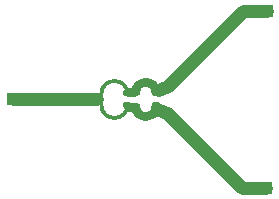
<source format=gbr>
%TF.GenerationSoftware,KiCad,Pcbnew,9.0.4*%
%TF.CreationDate,2025-10-05T12:46:29-07:00*%
%TF.ProjectId,Wilkinson PD,57696c6b-696e-4736-9f6e-2050442e6b69,rev?*%
%TF.SameCoordinates,Original*%
%TF.FileFunction,Copper,L1,Top*%
%TF.FilePolarity,Positive*%
%FSLAX46Y46*%
G04 Gerber Fmt 4.6, Leading zero omitted, Abs format (unit mm)*
G04 Created by KiCad (PCBNEW 9.0.4) date 2025-10-05 12:46:29*
%MOMM*%
%LPD*%
G01*
G04 APERTURE LIST*
G04 Aperture macros list*
%AMRoundRect*
0 Rectangle with rounded corners*
0 $1 Rounding radius*
0 $2 $3 $4 $5 $6 $7 $8 $9 X,Y pos of 4 corners*
0 Add a 4 corners polygon primitive as box body*
4,1,4,$2,$3,$4,$5,$6,$7,$8,$9,$2,$3,0*
0 Add four circle primitives for the rounded corners*
1,1,$1+$1,$2,$3*
1,1,$1+$1,$4,$5*
1,1,$1+$1,$6,$7*
1,1,$1+$1,$8,$9*
0 Add four rect primitives between the rounded corners*
20,1,$1+$1,$2,$3,$4,$5,0*
20,1,$1+$1,$4,$5,$6,$7,0*
20,1,$1+$1,$6,$7,$8,$9,0*
20,1,$1+$1,$8,$9,$2,$3,0*%
G04 Aperture macros list end*
%TA.AperFunction,EtchedComponent*%
%ADD10C,0.728980*%
%TD*%
%TA.AperFunction,EtchedComponent*%
%ADD11C,1.066800*%
%TD*%
%TA.AperFunction,EtchedComponent*%
%ADD12C,0.367792*%
%TD*%
%TA.AperFunction,EtchedComponent*%
%ADD13C,0.774446*%
%TD*%
%TA.AperFunction,SMDPad,CuDef*%
%ADD14R,1.066800X1.066800*%
%TD*%
%TA.AperFunction,SMDPad,CuDef*%
%ADD15C,1.066800*%
%TD*%
%TA.AperFunction,SMDPad,CuDef*%
%ADD16RoundRect,0.135001X-0.185039X-0.135001X0.185039X-0.135001X0.185039X0.135001X-0.185039X0.135001X0*%
%TD*%
%TA.AperFunction,SMDPad,CuDef*%
%ADD17R,1.064260X1.064260*%
%TD*%
%TA.AperFunction,Conductor*%
%ADD18C,1.066800*%
%TD*%
G04 APERTURE END LIST*
D10*
%TO.C,WPD1*%
X159187914Y-78511800D02*
X159770844Y-78511800D01*
X159189824Y-77289660D02*
X159727034Y-77299820D01*
D11*
X161639464Y-78681800D02*
X162517914Y-79070500D01*
X161699464Y-77120500D02*
X162577914Y-76731800D01*
D12*
X156939234Y-77444600D02*
G75*
G02*
X159147916Y-77444600I1104341J0D01*
G01*
X159147914Y-78359000D02*
G75*
G02*
X156939236Y-78359000I-1104339J0D01*
G01*
D13*
X159855177Y-77274547D02*
G75*
G02*
X161549891Y-77274547I847357J0D01*
G01*
X161549888Y-78529053D02*
G75*
G02*
X159855180Y-78529053I-847354J0D01*
G01*
%TD*%
D14*
%TO.P,WPD1,1,In*%
%TO.N,Net-(U3-port1)*%
X156591000Y-77901800D03*
D15*
%TO.P,WPD1,2,PD1*%
%TO.N,Net-(U2-port2)*%
X162587914Y-76731800D03*
%TO.P,WPD1,3,PD2*%
%TO.N,Net-(U1-port3)*%
X162517914Y-79061800D03*
D16*
%TO.P,WPD1,4,R1*%
%TO.N,unconnected-(WPD1-R1-Pad4)*%
X159147914Y-77391768D03*
%TO.P,WPD1,5,R1*%
%TO.N,unconnected-(WPD1-R1-Pad5)*%
X159147914Y-78411832D03*
%TO.P,WPD1,6,R2*%
%TO.N,unconnected-(WPD1-R2-Pad6)*%
X161549888Y-77391768D03*
%TO.P,WPD1,7,R2*%
%TO.N,unconnected-(WPD1-R2-Pad7)*%
X161549888Y-78411832D03*
%TD*%
D17*
%TO.P,U2,1,port2*%
%TO.N,Net-(U2-port2)*%
X170934514Y-70407200D03*
%TD*%
%TO.P,U3,1,port1*%
%TO.N,Net-(U3-port1)*%
X149453600Y-77901800D03*
%TD*%
%TO.P,U1,1,port3*%
%TO.N,Net-(U1-port3)*%
X170874514Y-85395100D03*
%TD*%
D18*
%TO.N,Net-(U1-port3)*%
X162517914Y-79070500D02*
X168842514Y-85395100D01*
X168842514Y-85395100D02*
X170874514Y-85395100D01*
%TO.N,Net-(U2-port2)*%
X162577914Y-76731800D02*
X168902514Y-70407200D01*
X168902514Y-70407200D02*
X170934514Y-70407200D01*
%TO.N,Net-(U3-port1)*%
X156565666Y-77901800D02*
X149453600Y-77901800D01*
%TD*%
M02*

</source>
